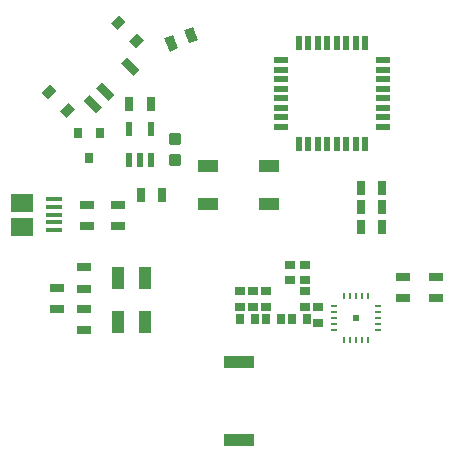
<source format=gtp>
G75*
%MOIN*%
%OFA0B0*%
%FSLAX25Y25*%
%IPPOS*%
%LPD*%
%AMOC8*
5,1,8,0,0,1.08239X$1,22.5*
%
%ADD10R,0.05000X0.02200*%
%ADD11R,0.02200X0.05000*%
%ADD12R,0.03150X0.03543*%
%ADD13R,0.06500X0.03937*%
%ADD14R,0.04724X0.03150*%
%ADD15R,0.02165X0.04724*%
%ADD16R,0.05315X0.01575*%
%ADD17R,0.07480X0.05906*%
%ADD18R,0.03150X0.04724*%
%ADD19R,0.10000X0.04000*%
%ADD20R,0.01969X0.01969*%
%ADD21R,0.01900X0.00800*%
%ADD22R,0.00800X0.01900*%
%ADD23R,0.03937X0.03150*%
%ADD24R,0.02756X0.05906*%
%ADD25R,0.04331X0.07480*%
%ADD26C,0.01181*%
%ADD27R,0.03543X0.02756*%
%ADD28R,0.02756X0.03543*%
D10*
X0098741Y0124713D03*
X0098741Y0127862D03*
X0098741Y0131012D03*
X0098741Y0134161D03*
X0098741Y0137311D03*
X0098741Y0140461D03*
X0098741Y0143610D03*
X0098741Y0146760D03*
X0132541Y0146760D03*
X0132541Y0143610D03*
X0132541Y0140461D03*
X0132541Y0137311D03*
X0132541Y0134161D03*
X0132541Y0131012D03*
X0132541Y0127862D03*
X0132541Y0124713D03*
D11*
X0126664Y0118836D03*
X0123515Y0118836D03*
X0120365Y0118836D03*
X0117215Y0118836D03*
X0114066Y0118836D03*
X0110916Y0118836D03*
X0107767Y0118836D03*
X0104617Y0118836D03*
X0104617Y0152636D03*
X0107767Y0152636D03*
X0110916Y0152636D03*
X0114066Y0152636D03*
X0117215Y0152636D03*
X0120365Y0152636D03*
X0123515Y0152636D03*
X0126664Y0152636D03*
D12*
X0038388Y0122585D03*
X0030907Y0122585D03*
X0034647Y0114317D03*
D13*
X0074314Y0111633D03*
X0074314Y0099035D03*
X0094606Y0099035D03*
X0094606Y0111633D03*
D14*
X0033032Y0056940D03*
X0033032Y0064026D03*
X0033032Y0070719D03*
X0033032Y0077806D03*
X0024011Y0070888D03*
X0024011Y0063801D03*
X0033950Y0091456D03*
X0033950Y0098542D03*
X0044205Y0098552D03*
X0044205Y0091465D03*
X0139331Y0074656D03*
X0139331Y0067570D03*
X0150355Y0067570D03*
X0150355Y0074656D03*
D15*
X0055352Y0113630D03*
X0051612Y0113630D03*
X0047872Y0113630D03*
X0047872Y0123867D03*
X0055352Y0123867D03*
D16*
X0022930Y0100419D03*
X0022930Y0097860D03*
X0022930Y0095301D03*
X0022930Y0092742D03*
X0022930Y0090183D03*
D17*
X0012300Y0091364D03*
X0012300Y0099238D03*
D18*
X0048065Y0132188D03*
X0055152Y0132188D03*
G36*
X0059683Y0154088D02*
X0062593Y0155293D01*
X0064401Y0150930D01*
X0061491Y0149725D01*
X0059683Y0154088D01*
G37*
G36*
X0066230Y0156800D02*
X0069140Y0158005D01*
X0070948Y0153642D01*
X0068038Y0152437D01*
X0066230Y0156800D01*
G37*
X0059017Y0101853D03*
X0051930Y0101853D03*
X0125230Y0104079D03*
X0125261Y0097867D03*
X0125146Y0091268D03*
X0132232Y0091268D03*
X0132348Y0097867D03*
X0132316Y0104079D03*
D19*
X0084611Y0046193D03*
X0084611Y0020193D03*
D20*
X0123702Y0060872D03*
D21*
X0131002Y0060872D03*
X0131002Y0062822D03*
X0131002Y0064822D03*
X0131002Y0058922D03*
X0131002Y0056922D03*
X0116402Y0056922D03*
X0116402Y0058922D03*
X0116402Y0060872D03*
X0116402Y0062822D03*
X0116402Y0064822D03*
D22*
X0119752Y0068172D03*
X0121752Y0068172D03*
X0123702Y0068172D03*
X0125652Y0068172D03*
X0127652Y0068172D03*
X0127652Y0053572D03*
X0125652Y0053572D03*
X0123702Y0053572D03*
X0121752Y0053572D03*
X0119752Y0053572D03*
D23*
G36*
X0024856Y0129869D02*
X0027638Y0132651D01*
X0029866Y0130423D01*
X0027084Y0127641D01*
X0024856Y0129869D01*
G37*
G36*
X0018732Y0135994D02*
X0021514Y0138776D01*
X0023742Y0136548D01*
X0020960Y0133766D01*
X0018732Y0135994D01*
G37*
G36*
X0041838Y0159100D02*
X0044620Y0161882D01*
X0046848Y0159654D01*
X0044066Y0156872D01*
X0041838Y0159100D01*
G37*
G36*
X0047962Y0152976D02*
X0050744Y0155758D01*
X0052972Y0153530D01*
X0050190Y0150748D01*
X0047962Y0152976D01*
G37*
D24*
G36*
X0045317Y0145875D02*
X0047266Y0147824D01*
X0051441Y0143649D01*
X0049492Y0141700D01*
X0045317Y0145875D01*
G37*
G36*
X0036966Y0137523D02*
X0038915Y0139472D01*
X0043090Y0135297D01*
X0041141Y0133348D01*
X0036966Y0137523D01*
G37*
G36*
X0032790Y0133347D02*
X0034739Y0135296D01*
X0038914Y0131121D01*
X0036965Y0129172D01*
X0032790Y0133347D01*
G37*
D25*
X0044267Y0074144D03*
X0053322Y0074144D03*
X0053322Y0059577D03*
X0044267Y0059577D03*
D26*
X0061835Y0115023D02*
X0064591Y0115023D01*
X0064591Y0112267D01*
X0061835Y0112267D01*
X0061835Y0115023D01*
X0061835Y0113447D02*
X0064591Y0113447D01*
X0064591Y0114627D02*
X0061835Y0114627D01*
X0061835Y0121928D02*
X0064591Y0121928D01*
X0064591Y0119172D01*
X0061835Y0119172D01*
X0061835Y0121928D01*
X0061835Y0120352D02*
X0064591Y0120352D01*
X0064591Y0121532D02*
X0061835Y0121532D01*
D27*
X0101493Y0078668D03*
X0101493Y0073550D03*
X0106615Y0073546D03*
X0106654Y0069735D03*
X0106654Y0064617D03*
X0111086Y0064424D03*
X0111086Y0059306D03*
X0093662Y0064617D03*
X0089331Y0064617D03*
X0085000Y0064617D03*
X0085000Y0069735D03*
X0089331Y0069735D03*
X0093662Y0069735D03*
X0106615Y0078664D03*
D28*
X0107245Y0060483D03*
X0102126Y0060483D03*
X0098583Y0060483D03*
X0093465Y0060483D03*
X0089922Y0060483D03*
X0084804Y0060483D03*
M02*

</source>
